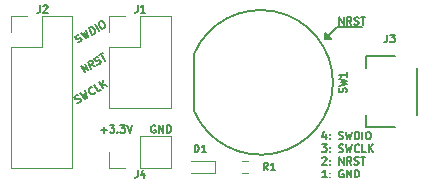
<source format=gbr>
G04 #@! TF.GenerationSoftware,KiCad,Pcbnew,5.0.0*
G04 #@! TF.CreationDate,2019-01-10T22:51:14-06:00*
G04 #@! TF.ProjectId,stlink-swd,73746C696E6B2D7377642E6B69636164,rev?*
G04 #@! TF.SameCoordinates,Original*
G04 #@! TF.FileFunction,Legend,Top*
G04 #@! TF.FilePolarity,Positive*
%FSLAX46Y46*%
G04 Gerber Fmt 4.6, Leading zero omitted, Abs format (unit mm)*
G04 Created by KiCad (PCBNEW 5.0.0) date Thu Jan 10 22:51:14 2019*
%MOMM*%
%LPD*%
G01*
G04 APERTURE LIST*
%ADD10C,0.127000*%
%ADD11C,0.200000*%
%ADD12C,0.120000*%
%ADD13C,0.150000*%
G04 APERTURE END LIST*
D10*
X139724190Y-100647500D02*
X139663714Y-100617261D01*
X139573000Y-100617261D01*
X139482285Y-100647500D01*
X139421809Y-100707976D01*
X139391571Y-100768452D01*
X139361333Y-100889404D01*
X139361333Y-100980119D01*
X139391571Y-101101071D01*
X139421809Y-101161547D01*
X139482285Y-101222023D01*
X139573000Y-101252261D01*
X139633476Y-101252261D01*
X139724190Y-101222023D01*
X139754428Y-101191785D01*
X139754428Y-100980119D01*
X139633476Y-100980119D01*
X140026571Y-101252261D02*
X140026571Y-100617261D01*
X140389428Y-101252261D01*
X140389428Y-100617261D01*
X140691809Y-101252261D02*
X140691809Y-100617261D01*
X140843000Y-100617261D01*
X140933714Y-100647500D01*
X140994190Y-100707976D01*
X141024428Y-100768452D01*
X141054666Y-100889404D01*
X141054666Y-100980119D01*
X141024428Y-101101071D01*
X140994190Y-101161547D01*
X140933714Y-101222023D01*
X140843000Y-101252261D01*
X140691809Y-101252261D01*
X135128000Y-101010357D02*
X135611809Y-101010357D01*
X135369904Y-101252261D02*
X135369904Y-100768452D01*
X135853714Y-100617261D02*
X136246809Y-100617261D01*
X136035142Y-100859166D01*
X136125857Y-100859166D01*
X136186333Y-100889404D01*
X136216571Y-100919642D01*
X136246809Y-100980119D01*
X136246809Y-101131309D01*
X136216571Y-101191785D01*
X136186333Y-101222023D01*
X136125857Y-101252261D01*
X135944428Y-101252261D01*
X135883952Y-101222023D01*
X135853714Y-101191785D01*
X136518952Y-101191785D02*
X136549190Y-101222023D01*
X136518952Y-101252261D01*
X136488714Y-101222023D01*
X136518952Y-101191785D01*
X136518952Y-101252261D01*
X136760857Y-100617261D02*
X137153952Y-100617261D01*
X136942285Y-100859166D01*
X137033000Y-100859166D01*
X137093476Y-100889404D01*
X137123714Y-100919642D01*
X137153952Y-100980119D01*
X137153952Y-101131309D01*
X137123714Y-101191785D01*
X137093476Y-101222023D01*
X137033000Y-101252261D01*
X136851571Y-101252261D01*
X136791095Y-101222023D01*
X136760857Y-101191785D01*
X137335380Y-100617261D02*
X137547047Y-101252261D01*
X137758714Y-100617261D01*
D11*
X154559000Y-93345000D02*
X154051000Y-93091000D01*
X154051000Y-92837000D02*
X154305000Y-93345000D01*
X154559000Y-93345000D02*
X154051000Y-92837000D01*
X154051000Y-93345000D02*
X154559000Y-93345000D01*
X154051000Y-93345000D02*
X154051000Y-92837000D01*
X155067000Y-92329000D02*
X154051000Y-93345000D01*
X157226000Y-92329000D02*
X155067000Y-92329000D01*
D10*
X155293785Y-92108261D02*
X155293785Y-91473261D01*
X155656642Y-92108261D01*
X155656642Y-91473261D01*
X156321880Y-92108261D02*
X156110214Y-91805880D01*
X155959023Y-92108261D02*
X155959023Y-91473261D01*
X156200928Y-91473261D01*
X156261404Y-91503500D01*
X156291642Y-91533738D01*
X156321880Y-91594214D01*
X156321880Y-91684928D01*
X156291642Y-91745404D01*
X156261404Y-91775642D01*
X156200928Y-91805880D01*
X155959023Y-91805880D01*
X156563785Y-92078023D02*
X156654500Y-92108261D01*
X156805690Y-92108261D01*
X156866166Y-92078023D01*
X156896404Y-92047785D01*
X156926642Y-91987309D01*
X156926642Y-91926833D01*
X156896404Y-91866357D01*
X156866166Y-91836119D01*
X156805690Y-91805880D01*
X156684738Y-91775642D01*
X156624261Y-91745404D01*
X156594023Y-91715166D01*
X156563785Y-91654690D01*
X156563785Y-91594214D01*
X156594023Y-91533738D01*
X156624261Y-91503500D01*
X156684738Y-91473261D01*
X156835928Y-91473261D01*
X156926642Y-91503500D01*
X157108071Y-91473261D02*
X157470928Y-91473261D01*
X157289500Y-92108261D02*
X157289500Y-91473261D01*
X133733180Y-96147383D02*
X133415680Y-95597457D01*
X134047424Y-95965954D01*
X133729924Y-95416028D01*
X134623537Y-95633335D02*
X134289038Y-95477299D01*
X134309293Y-95814764D02*
X133991793Y-95264838D01*
X134201289Y-95143885D01*
X134268782Y-95139834D01*
X134310088Y-95150902D01*
X134366513Y-95188157D01*
X134411870Y-95266718D01*
X134415921Y-95334211D01*
X134404854Y-95375517D01*
X134367599Y-95431942D01*
X134158103Y-95552894D01*
X134817914Y-95486196D02*
X134911594Y-95467026D01*
X135042528Y-95391430D01*
X135079783Y-95335005D01*
X135090851Y-95293699D01*
X135086800Y-95226206D01*
X135056562Y-95173832D01*
X135000137Y-95136578D01*
X134958831Y-95125510D01*
X134891338Y-95129561D01*
X134771471Y-95163850D01*
X134703978Y-95167901D01*
X134662672Y-95156833D01*
X134606247Y-95119578D01*
X134576009Y-95067204D01*
X134571958Y-94999711D01*
X134583026Y-94958405D01*
X134620280Y-94901980D01*
X134751215Y-94826385D01*
X134844895Y-94807215D01*
X134986898Y-94690314D02*
X135301141Y-94508885D01*
X135461520Y-95149526D02*
X135144020Y-94599599D01*
X133123631Y-98730743D02*
X133217311Y-98711573D01*
X133348246Y-98635978D01*
X133385500Y-98579553D01*
X133396568Y-98538247D01*
X133392517Y-98470754D01*
X133362279Y-98418380D01*
X133305854Y-98381125D01*
X133264548Y-98370057D01*
X133197055Y-98374108D01*
X133077188Y-98408398D01*
X133009695Y-98412449D01*
X132968389Y-98401381D01*
X132911964Y-98364126D01*
X132881726Y-98311752D01*
X132877675Y-98244259D01*
X132888743Y-98202953D01*
X132925998Y-98146528D01*
X133056933Y-98070933D01*
X133150612Y-98051763D01*
X133318802Y-97919742D02*
X133767237Y-98394073D01*
X133645199Y-97940793D01*
X133976733Y-98273121D01*
X133790167Y-97647599D01*
X134601168Y-97842771D02*
X134590101Y-97884077D01*
X134526659Y-97955621D01*
X134474285Y-97985859D01*
X134380605Y-98005029D01*
X134297993Y-97982893D01*
X134241568Y-97945638D01*
X134154905Y-97856010D01*
X134109548Y-97777449D01*
X134075258Y-97657582D01*
X134071207Y-97590089D01*
X134093343Y-97507477D01*
X134156785Y-97435933D01*
X134209159Y-97405695D01*
X134302839Y-97386525D01*
X134344145Y-97397592D01*
X135128959Y-97607883D02*
X134867089Y-97759073D01*
X134549589Y-97209147D01*
X135312267Y-97502049D02*
X134994767Y-96952123D01*
X135626511Y-97320621D02*
X135209400Y-97142449D01*
X135309011Y-96770695D02*
X135176196Y-97266367D01*
X133202192Y-93605386D02*
X133295872Y-93586216D01*
X133426806Y-93510621D01*
X133464061Y-93454196D01*
X133475129Y-93412890D01*
X133471078Y-93345397D01*
X133440840Y-93293023D01*
X133384415Y-93255768D01*
X133343109Y-93244700D01*
X133275616Y-93248751D01*
X133155749Y-93283040D01*
X133088256Y-93287092D01*
X133046950Y-93276024D01*
X132990525Y-93238769D01*
X132960287Y-93186395D01*
X132956236Y-93118902D01*
X132967304Y-93077596D01*
X133004559Y-93021171D01*
X133135493Y-92945576D01*
X133229173Y-92926405D01*
X133397363Y-92794385D02*
X133845798Y-93268716D01*
X133723760Y-92815436D01*
X134055293Y-93147764D01*
X133868728Y-92522242D01*
X134395724Y-92951216D02*
X134078224Y-92401290D01*
X134209159Y-92325695D01*
X134302839Y-92306525D01*
X134385451Y-92328660D01*
X134441876Y-92365915D01*
X134528539Y-92455544D01*
X134573896Y-92534105D01*
X134608185Y-92653972D01*
X134612236Y-92721465D01*
X134590101Y-92804077D01*
X134526659Y-92875621D01*
X134395724Y-92951216D01*
X134945650Y-92633716D02*
X134628150Y-92083790D01*
X134994767Y-91872123D02*
X135099515Y-91811647D01*
X135167008Y-91807596D01*
X135249620Y-91829732D01*
X135336283Y-91919361D01*
X135442117Y-92102669D01*
X135476406Y-92222536D01*
X135454270Y-92305148D01*
X135417015Y-92361573D01*
X135312267Y-92422049D01*
X135244775Y-92426101D01*
X135162163Y-92403965D01*
X135075499Y-92314336D01*
X134969666Y-92131027D01*
X134935377Y-92011160D01*
X134957513Y-91928548D01*
X134994767Y-91872123D01*
X154175883Y-101368678D02*
X154175883Y-101792011D01*
X154024692Y-101126773D02*
X153873502Y-101580345D01*
X154266597Y-101580345D01*
X154508502Y-101731535D02*
X154538740Y-101761773D01*
X154508502Y-101792011D01*
X154478264Y-101761773D01*
X154508502Y-101731535D01*
X154508502Y-101792011D01*
X154508502Y-101398916D02*
X154538740Y-101429154D01*
X154508502Y-101459392D01*
X154478264Y-101429154D01*
X154508502Y-101398916D01*
X154508502Y-101459392D01*
X155264454Y-101761773D02*
X155355169Y-101792011D01*
X155506359Y-101792011D01*
X155566835Y-101761773D01*
X155597073Y-101731535D01*
X155627311Y-101671059D01*
X155627311Y-101610583D01*
X155597073Y-101550107D01*
X155566835Y-101519869D01*
X155506359Y-101489630D01*
X155385407Y-101459392D01*
X155324930Y-101429154D01*
X155294692Y-101398916D01*
X155264454Y-101338440D01*
X155264454Y-101277964D01*
X155294692Y-101217488D01*
X155324930Y-101187250D01*
X155385407Y-101157011D01*
X155536597Y-101157011D01*
X155627311Y-101187250D01*
X155838978Y-101157011D02*
X155990169Y-101792011D01*
X156111121Y-101338440D01*
X156232073Y-101792011D01*
X156383264Y-101157011D01*
X156625169Y-101792011D02*
X156625169Y-101157011D01*
X156776359Y-101157011D01*
X156867073Y-101187250D01*
X156927550Y-101247726D01*
X156957788Y-101308202D01*
X156988026Y-101429154D01*
X156988026Y-101519869D01*
X156957788Y-101640821D01*
X156927550Y-101701297D01*
X156867073Y-101761773D01*
X156776359Y-101792011D01*
X156625169Y-101792011D01*
X157260169Y-101792011D02*
X157260169Y-101157011D01*
X157683502Y-101157011D02*
X157804454Y-101157011D01*
X157864930Y-101187250D01*
X157925407Y-101247726D01*
X157955645Y-101368678D01*
X157955645Y-101580345D01*
X157925407Y-101701297D01*
X157864930Y-101761773D01*
X157804454Y-101792011D01*
X157683502Y-101792011D01*
X157623026Y-101761773D01*
X157562550Y-101701297D01*
X157532311Y-101580345D01*
X157532311Y-101368678D01*
X157562550Y-101247726D01*
X157623026Y-101187250D01*
X157683502Y-101157011D01*
X153843264Y-102236511D02*
X154236359Y-102236511D01*
X154024692Y-102478416D01*
X154115407Y-102478416D01*
X154175883Y-102508654D01*
X154206121Y-102538892D01*
X154236359Y-102599369D01*
X154236359Y-102750559D01*
X154206121Y-102811035D01*
X154175883Y-102841273D01*
X154115407Y-102871511D01*
X153933978Y-102871511D01*
X153873502Y-102841273D01*
X153843264Y-102811035D01*
X154508502Y-102811035D02*
X154538740Y-102841273D01*
X154508502Y-102871511D01*
X154478264Y-102841273D01*
X154508502Y-102811035D01*
X154508502Y-102871511D01*
X154508502Y-102478416D02*
X154538740Y-102508654D01*
X154508502Y-102538892D01*
X154478264Y-102508654D01*
X154508502Y-102478416D01*
X154508502Y-102538892D01*
X155264454Y-102841273D02*
X155355169Y-102871511D01*
X155506359Y-102871511D01*
X155566835Y-102841273D01*
X155597073Y-102811035D01*
X155627311Y-102750559D01*
X155627311Y-102690083D01*
X155597073Y-102629607D01*
X155566835Y-102599369D01*
X155506359Y-102569130D01*
X155385407Y-102538892D01*
X155324930Y-102508654D01*
X155294692Y-102478416D01*
X155264454Y-102417940D01*
X155264454Y-102357464D01*
X155294692Y-102296988D01*
X155324930Y-102266750D01*
X155385407Y-102236511D01*
X155536597Y-102236511D01*
X155627311Y-102266750D01*
X155838978Y-102236511D02*
X155990169Y-102871511D01*
X156111121Y-102417940D01*
X156232073Y-102871511D01*
X156383264Y-102236511D01*
X156988026Y-102811035D02*
X156957788Y-102841273D01*
X156867073Y-102871511D01*
X156806597Y-102871511D01*
X156715883Y-102841273D01*
X156655407Y-102780797D01*
X156625169Y-102720321D01*
X156594930Y-102599369D01*
X156594930Y-102508654D01*
X156625169Y-102387702D01*
X156655407Y-102327226D01*
X156715883Y-102266750D01*
X156806597Y-102236511D01*
X156867073Y-102236511D01*
X156957788Y-102266750D01*
X156988026Y-102296988D01*
X157562550Y-102871511D02*
X157260169Y-102871511D01*
X157260169Y-102236511D01*
X157774216Y-102871511D02*
X157774216Y-102236511D01*
X158137073Y-102871511D02*
X157864930Y-102508654D01*
X158137073Y-102236511D02*
X157774216Y-102599369D01*
X153873502Y-103376488D02*
X153903740Y-103346250D01*
X153964216Y-103316011D01*
X154115407Y-103316011D01*
X154175883Y-103346250D01*
X154206121Y-103376488D01*
X154236359Y-103436964D01*
X154236359Y-103497440D01*
X154206121Y-103588154D01*
X153843264Y-103951011D01*
X154236359Y-103951011D01*
X154508502Y-103890535D02*
X154538740Y-103920773D01*
X154508502Y-103951011D01*
X154478264Y-103920773D01*
X154508502Y-103890535D01*
X154508502Y-103951011D01*
X154508502Y-103557916D02*
X154538740Y-103588154D01*
X154508502Y-103618392D01*
X154478264Y-103588154D01*
X154508502Y-103557916D01*
X154508502Y-103618392D01*
X155294692Y-103951011D02*
X155294692Y-103316011D01*
X155657550Y-103951011D01*
X155657550Y-103316011D01*
X156322788Y-103951011D02*
X156111121Y-103648630D01*
X155959930Y-103951011D02*
X155959930Y-103316011D01*
X156201835Y-103316011D01*
X156262311Y-103346250D01*
X156292550Y-103376488D01*
X156322788Y-103436964D01*
X156322788Y-103527678D01*
X156292550Y-103588154D01*
X156262311Y-103618392D01*
X156201835Y-103648630D01*
X155959930Y-103648630D01*
X156564692Y-103920773D02*
X156655407Y-103951011D01*
X156806597Y-103951011D01*
X156867073Y-103920773D01*
X156897311Y-103890535D01*
X156927550Y-103830059D01*
X156927550Y-103769583D01*
X156897311Y-103709107D01*
X156867073Y-103678869D01*
X156806597Y-103648630D01*
X156685645Y-103618392D01*
X156625169Y-103588154D01*
X156594930Y-103557916D01*
X156564692Y-103497440D01*
X156564692Y-103436964D01*
X156594930Y-103376488D01*
X156625169Y-103346250D01*
X156685645Y-103316011D01*
X156836835Y-103316011D01*
X156927550Y-103346250D01*
X157108978Y-103316011D02*
X157471835Y-103316011D01*
X157290407Y-103951011D02*
X157290407Y-103316011D01*
X154236359Y-105030511D02*
X153873502Y-105030511D01*
X154054930Y-105030511D02*
X154054930Y-104395511D01*
X153994454Y-104486226D01*
X153933978Y-104546702D01*
X153873502Y-104576940D01*
X154508502Y-104970035D02*
X154538740Y-105000273D01*
X154508502Y-105030511D01*
X154478264Y-105000273D01*
X154508502Y-104970035D01*
X154508502Y-105030511D01*
X154508502Y-104637416D02*
X154538740Y-104667654D01*
X154508502Y-104697892D01*
X154478264Y-104667654D01*
X154508502Y-104637416D01*
X154508502Y-104697892D01*
X155627311Y-104425750D02*
X155566835Y-104395511D01*
X155476121Y-104395511D01*
X155385407Y-104425750D01*
X155324930Y-104486226D01*
X155294692Y-104546702D01*
X155264454Y-104667654D01*
X155264454Y-104758369D01*
X155294692Y-104879321D01*
X155324930Y-104939797D01*
X155385407Y-105000273D01*
X155476121Y-105030511D01*
X155536597Y-105030511D01*
X155627311Y-105000273D01*
X155657550Y-104970035D01*
X155657550Y-104758369D01*
X155536597Y-104758369D01*
X155929692Y-105030511D02*
X155929692Y-104395511D01*
X156292550Y-105030511D01*
X156292550Y-104395511D01*
X156594930Y-105030511D02*
X156594930Y-104395511D01*
X156746121Y-104395511D01*
X156836835Y-104425750D01*
X156897311Y-104486226D01*
X156927550Y-104546702D01*
X156957788Y-104667654D01*
X156957788Y-104758369D01*
X156927550Y-104879321D01*
X156897311Y-104939797D01*
X156836835Y-105000273D01*
X156746121Y-105030511D01*
X156594930Y-105030511D01*
D12*
G04 #@! TO.C,D1*
X144810000Y-104640000D02*
X142710000Y-104640000D01*
X144810000Y-103640000D02*
X142710000Y-103640000D01*
X144810000Y-104640000D02*
X144810000Y-103640000D01*
G04 #@! TO.C,J1*
X135830000Y-91380000D02*
X137160000Y-91380000D01*
X135830000Y-92710000D02*
X135830000Y-91380000D01*
X138430000Y-91380000D02*
X141030000Y-91380000D01*
X138430000Y-93980000D02*
X138430000Y-91380000D01*
X135830000Y-93980000D02*
X138430000Y-93980000D01*
X141030000Y-91380000D02*
X141030000Y-99120000D01*
X135830000Y-93980000D02*
X135830000Y-99120000D01*
X135830000Y-99120000D02*
X141030000Y-99120000D01*
G04 #@! TO.C,J2*
X127495001Y-91380000D02*
X128825001Y-91380000D01*
X127495001Y-92710000D02*
X127495001Y-91380000D01*
X130095001Y-91380000D02*
X132695001Y-91380000D01*
X130095001Y-93980000D02*
X130095001Y-91380000D01*
X127495001Y-93980000D02*
X130095001Y-93980000D01*
X132695001Y-91380000D02*
X132695001Y-104200000D01*
X127495001Y-93980000D02*
X127495001Y-104200000D01*
X127495001Y-104200000D02*
X132695001Y-104200000D01*
D13*
G04 #@! TO.C,J3*
X160052000Y-100790000D02*
X157552000Y-100790000D01*
X157552000Y-100790000D02*
X157552000Y-99790000D01*
X157552000Y-95790000D02*
X157552000Y-94790000D01*
X157552000Y-94790000D02*
X160052000Y-94790000D01*
X161852000Y-99790000D02*
X161852000Y-95790000D01*
D12*
G04 #@! TO.C,J4*
X135830000Y-104200000D02*
X135830000Y-102870000D01*
X137160000Y-104200000D02*
X135830000Y-104200000D01*
X138430000Y-104200000D02*
X138430000Y-101540000D01*
X138430000Y-101540000D02*
X141030000Y-101540000D01*
X138430000Y-104200000D02*
X141030000Y-104200000D01*
X141030000Y-104200000D02*
X141030000Y-101540000D01*
G04 #@! TO.C,R1*
X147070000Y-104670000D02*
X147570000Y-104670000D01*
X147570000Y-103610000D02*
X147070000Y-103610000D01*
D13*
G04 #@! TO.C,SW1*
X142992905Y-99384843D02*
G75*
G03X142990000Y-94598000I5637095J2396843D01*
G01*
X142990000Y-99378000D02*
X142990000Y-94598000D01*
G04 #@! TO.C,D1*
X143041309Y-102903261D02*
X143041309Y-102268261D01*
X143192500Y-102268261D01*
X143283214Y-102298500D01*
X143343690Y-102358976D01*
X143373928Y-102419452D01*
X143404166Y-102540404D01*
X143404166Y-102631119D01*
X143373928Y-102752071D01*
X143343690Y-102812547D01*
X143283214Y-102873023D01*
X143192500Y-102903261D01*
X143041309Y-102903261D01*
X144008928Y-102903261D02*
X143646071Y-102903261D01*
X143827500Y-102903261D02*
X143827500Y-102268261D01*
X143767023Y-102358976D01*
X143706547Y-102419452D01*
X143646071Y-102449690D01*
G04 #@! TO.C,J1*
X138218333Y-90457261D02*
X138218333Y-90910833D01*
X138188095Y-91001547D01*
X138127619Y-91062023D01*
X138036904Y-91092261D01*
X137976428Y-91092261D01*
X138853333Y-91092261D02*
X138490476Y-91092261D01*
X138671904Y-91092261D02*
X138671904Y-90457261D01*
X138611428Y-90547976D01*
X138550952Y-90608452D01*
X138490476Y-90638690D01*
G04 #@! TO.C,J2*
X129963333Y-90457261D02*
X129963333Y-90910833D01*
X129933095Y-91001547D01*
X129872619Y-91062023D01*
X129781904Y-91092261D01*
X129721428Y-91092261D01*
X130235476Y-90517738D02*
X130265714Y-90487500D01*
X130326190Y-90457261D01*
X130477380Y-90457261D01*
X130537857Y-90487500D01*
X130568095Y-90517738D01*
X130598333Y-90578214D01*
X130598333Y-90638690D01*
X130568095Y-90729404D01*
X130205238Y-91092261D01*
X130598333Y-91092261D01*
G04 #@! TO.C,J3*
X159340333Y-92942261D02*
X159340333Y-93395833D01*
X159310095Y-93486547D01*
X159249619Y-93547023D01*
X159158904Y-93577261D01*
X159098428Y-93577261D01*
X159582238Y-92942261D02*
X159975333Y-92942261D01*
X159763666Y-93184166D01*
X159854380Y-93184166D01*
X159914857Y-93214404D01*
X159945095Y-93244642D01*
X159975333Y-93305119D01*
X159975333Y-93456309D01*
X159945095Y-93516785D01*
X159914857Y-93547023D01*
X159854380Y-93577261D01*
X159672952Y-93577261D01*
X159612476Y-93547023D01*
X159582238Y-93516785D01*
G04 #@! TO.C,J4*
X138218333Y-104427261D02*
X138218333Y-104880833D01*
X138188095Y-104971547D01*
X138127619Y-105032023D01*
X138036904Y-105062261D01*
X137976428Y-105062261D01*
X138792857Y-104638928D02*
X138792857Y-105062261D01*
X138641666Y-104397023D02*
X138490476Y-104850595D01*
X138883571Y-104850595D01*
G04 #@! TO.C,R1*
X149246166Y-104427261D02*
X149034500Y-104124880D01*
X148883309Y-104427261D02*
X148883309Y-103792261D01*
X149125214Y-103792261D01*
X149185690Y-103822500D01*
X149215928Y-103852738D01*
X149246166Y-103913214D01*
X149246166Y-104003928D01*
X149215928Y-104064404D01*
X149185690Y-104094642D01*
X149125214Y-104124880D01*
X148883309Y-104124880D01*
X149850928Y-104427261D02*
X149488071Y-104427261D01*
X149669500Y-104427261D02*
X149669500Y-103792261D01*
X149609023Y-103882976D01*
X149548547Y-103943452D01*
X149488071Y-103973690D01*
G04 #@! TO.C,SW1*
X155887023Y-97834666D02*
X155917261Y-97743952D01*
X155917261Y-97592761D01*
X155887023Y-97532285D01*
X155856785Y-97502047D01*
X155796309Y-97471809D01*
X155735833Y-97471809D01*
X155675357Y-97502047D01*
X155645119Y-97532285D01*
X155614880Y-97592761D01*
X155584642Y-97713714D01*
X155554404Y-97774190D01*
X155524166Y-97804428D01*
X155463690Y-97834666D01*
X155403214Y-97834666D01*
X155342738Y-97804428D01*
X155312500Y-97774190D01*
X155282261Y-97713714D01*
X155282261Y-97562523D01*
X155312500Y-97471809D01*
X155282261Y-97260142D02*
X155917261Y-97108952D01*
X155463690Y-96988000D01*
X155917261Y-96867047D01*
X155282261Y-96715857D01*
X155917261Y-96141333D02*
X155917261Y-96504190D01*
X155917261Y-96322761D02*
X155282261Y-96322761D01*
X155372976Y-96383238D01*
X155433452Y-96443714D01*
X155463690Y-96504190D01*
G04 #@! TD*
M02*

</source>
